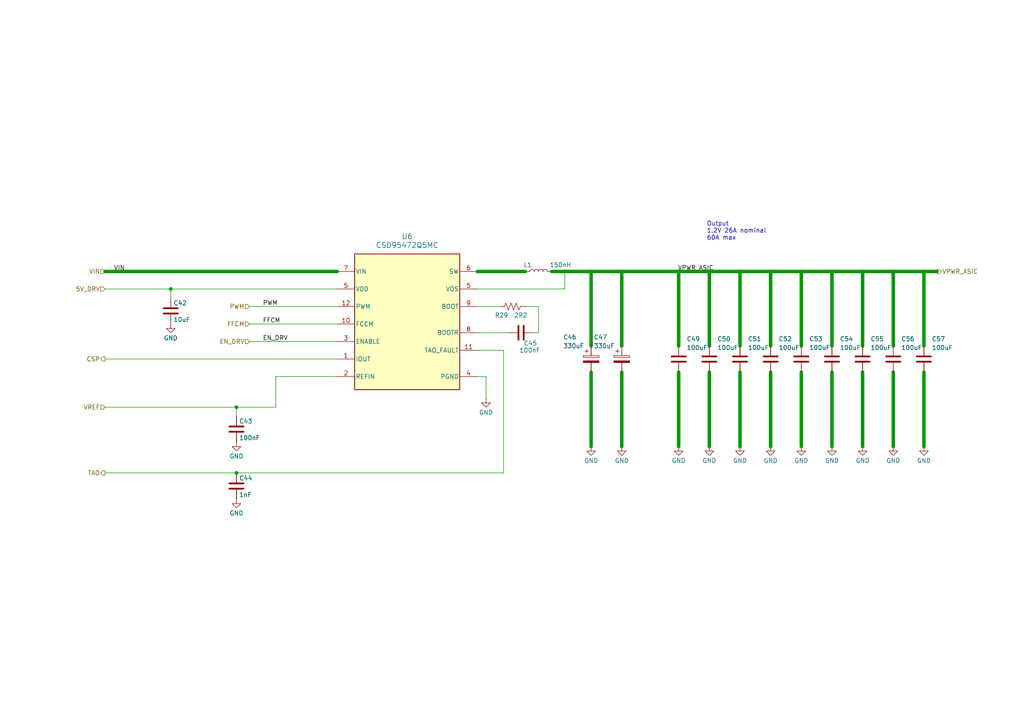
<source format=kicad_sch>
(kicad_sch (version 20231120) (generator "eeschema") (generator_version "8.0")
  (paper "A4")
  (lib_symbols
    (symbol "Device:C" (pin_numbers hide) (pin_names (offset 0.254))
      (property "Reference" "C" (at 0.635 2.54 0))
      (property "Value" "C" (at 0.635 -2.54 0))
      (symbol "C_0_1"
        (polyline (pts (xy -2.032 -0.762) (xy 2.032 -0.762)) (stroke (width 0.508)))
        (polyline (pts (xy -2.032 0.762) (xy 2.032 0.762)) (stroke (width 0.508)))
      )
      (symbol "C_1_1"
        (pin passive line (at 0 3.81 270) (length 2.794) (name "~") (number "1"))
        (pin passive line (at 0 -3.81 90) (length 2.794) (name "~") (number "2"))
      )
    )
    (symbol "Device:C_Polarized" (pin_numbers hide) (pin_names (offset 0.254))
      (property "Reference" "C" (at 0.635 2.54 0))
      (property "Value" "C_Polarized" (at 0.635 -2.54 0))
      (symbol "C_Polarized_0_1"
        (rectangle (start -2.286 0.508) (end 2.286 1.016))
        (polyline (pts (xy -1.778 2.286) (xy -0.762 2.286)))
        (polyline (pts (xy -1.27 2.794) (xy -1.27 1.778)))
        (rectangle (start 2.286 -0.508) (end -2.286 -1.016) (fill (type outline)))
      )
      (symbol "C_Polarized_1_1"
        (pin passive line (at 0 3.81 270) (length 2.794) (name "~") (number "1"))
        (pin passive line (at 0 -3.81 90) (length 2.794) (name "~") (number "2"))
      )
    )
    (symbol "Device:L" (pin_numbers hide) (pin_names (offset 1.016) hide)
      (property "Reference" "L" (at -1.27 0 90))
      (property "Value" "L" (at 1.905 0 90))
      (symbol "L_0_1"
        (arc (start 0 -2.54) (mid 0.6323 -1.905) (end 0 -1.27))
        (arc (start 0 -1.27) (mid 0.6323 -0.635) (end 0 0))
        (arc (start 0 0) (mid 0.6323 0.635) (end 0 1.27))
        (arc (start 0 1.27) (mid 0.6323 1.905) (end 0 2.54))
      )
      (symbol "L_1_1"
        (pin passive line (at 0 3.81 270) (length 1.27) (name "1") (number "1"))
        (pin passive line (at 0 -3.81 90) (length 1.27) (name "2") (number "2"))
      )
    )
    (symbol "Device:R_US" (pin_numbers hide) (pin_names (offset 0))
      (property "Reference" "R" (at 2.54 0 90))
      (property "Value" "R_US" (at -2.54 0 90))
      (symbol "R_US_0_1"
        (polyline (pts (xy 0 -2.286) (xy 0 -2.54)))
        (polyline (pts (xy 0 2.286) (xy 0 2.54)))
        (polyline (pts (xy 0 -0.762) (xy 1.016 -1.143) (xy 0 -1.524) (xy -1.016 -1.905) (xy 0 -2.286)))
        (polyline (pts (xy 0 0.762) (xy 1.016 0.381) (xy 0 0) (xy -1.016 -0.381) (xy 0 -0.762)))
        (polyline (pts (xy 0 2.286) (xy 1.016 1.905) (xy 0 1.524) (xy -1.016 1.143) (xy 0 0.762)))
      )
      (symbol "R_US_1_1"
        (pin passive line (at 0 3.81 270) (length 1.27) (name "~") (number "1"))
        (pin passive line (at 0 -3.81 90) (length 1.27) (name "~") (number "2"))
      )
    )
    (symbol "EKO_Miner_ASIClib:CSD95472Q5MC" (pin_names (offset 0.254))
      (property "Reference" "U" (at -13.208 24.892 0))
      (property "Value" "CSD95472Q5MC" (at -6.096 21.844 0))
      (symbol "CSD95472Q5MC_0_1"
        (rectangle (start -15.24 20.32) (end 15.24 -19.05) (stroke (width 0.254)) (fill (type background)))
        (pin input line (at 20.32 10.16 180) (length 5.08) (name "VOS") (number "5"))
        (pin power_in line (at 20.32 15.24 180) (length 5.08) (name "SW") (number "6"))
        (pin power_in line (at -20.32 15.24 0) (length 5.08) (name "VIN") (number "7"))
        (pin unspecified line (at 20.32 -2.54 180) (length 5.08) (name "BOOTR") (number "8"))
        (pin unspecified line (at 20.32 5.08 180) (length 5.08) (name "BOOT") (number "9"))
      )
      (symbol "CSD95472Q5MC_1_1"
        (pin output line (at -20.32 -10.16 0) (length 5.08) (name "IOUT") (number "1"))
        (pin input line (at -20.32 0 0) (length 5.08) (name "FCCM") (number "10"))
        (pin output line (at 20.32 -7.62 180) (length 5.08) (name "TAO_FAULT") (number "11"))
        (pin input line (at -20.32 5.08 0) (length 5.08) (name "PWM") (number "12"))
        (pin input line (at -20.32 -15.24 0) (length 5.08) (name "REFIN") (number "2"))
        (pin input line (at -20.32 -5.08 0) (length 5.08) (name "ENABLE") (number "3"))
        (pin power_in line (at 20.32 -15.24 180) (length 5.08) (name "PGND") (number "4"))
        (pin power_in line (at -20.32 10.16 0) (length 5.08) (name "VDD") (number "5"))
      )
    )
    (symbol "power:GND" (power) (pin_numbers hide) (pin_names (offset 0) hide)
      (property "Value" "GND" (at 0 -3.81 0))
      (symbol "GND_0_1"
        (polyline (pts (xy 0 0) (xy 0 -1.27) (xy 1.27 -1.27) (xy 0 -2.54) (xy -1.27 -1.27) (xy 0 -1.27)))
      )
      (symbol "GND_1_1"
        (pin power_in line (at 0 0 270) (length 0) (name "~") (number "1"))
      )
    )
  )
  (junction (at 241.3 78.74))
  (junction (at 232.41 78.74))
  (junction (at 267.97 78.74))
  (junction (at 196.85 78.74))
  (junction (at 250.19 78.74))
  (junction (at 68.58 118.11))
  (junction (at 68.58 137.16))
  (junction (at 163.83 78.74))
  (junction (at 49.53 83.82))
  (junction (at 180.34 78.74))
  (junction (at 205.74 78.74))
  (junction (at 171.45 78.74))
  (junction (at 223.52 78.74))
  (junction (at 259.08 78.74))
  (junction (at 214.63 78.74))
  (wire (pts (xy 30.48 118.11) (xy 68.58 118.11)))
  (wire (pts (xy 267.97 107.95) (xy 267.97 129.54)) (stroke (width 1)))
  (wire (pts (xy 160.02 78.74) (xy 163.83 78.74)) (stroke (width 1)))
  (wire (pts (xy 68.58 118.11) (xy 68.58 120.65)))
  (wire (pts (xy 250.19 78.74) (xy 250.19 100.33)) (stroke (width 1)))
  (wire (pts (xy 171.45 78.74) (xy 180.34 78.74)) (stroke (width 1)))
  (wire (pts (xy 72.39 99.06) (xy 97.79 99.06)))
  (wire (pts (xy 214.63 78.74) (xy 214.63 100.33)) (stroke (width 1)))
  (wire (pts (xy 196.85 107.95) (xy 196.85 129.54)) (stroke (width 1)))
  (wire (pts (xy 49.53 83.82) (xy 49.53 86.36)))
  (wire (pts (xy 30.48 137.16) (xy 68.58 137.16)))
  (wire (pts (xy 214.63 78.74) (xy 223.52 78.74)) (stroke (width 1)))
  (wire (pts (xy 156.21 88.9) (xy 156.21 96.52)))
  (wire (pts (xy 171.45 107.95) (xy 171.45 129.54)) (stroke (width 1)))
  (wire (pts (xy 223.52 78.74) (xy 223.52 100.33)) (stroke (width 1)))
  (wire (pts (xy 267.97 78.74) (xy 267.97 100.33)) (stroke (width 1)))
  (wire (pts (xy 138.43 109.22) (xy 140.97 109.22)))
  (wire (pts (xy 30.48 83.82) (xy 49.53 83.82)))
  (wire (pts (xy 154.94 96.52) (xy 156.21 96.52)))
  (wire (pts (xy 140.97 109.22) (xy 140.97 115.57)))
  (wire (pts (xy 241.3 78.74) (xy 241.3 100.33)) (stroke (width 1)))
  (wire (pts (xy 232.41 78.74) (xy 232.41 100.33)) (stroke (width 1)))
  (wire (pts (xy 146.05 101.6) (xy 146.05 137.16)))
  (wire (pts (xy 68.58 137.16) (xy 146.05 137.16)))
  (wire (pts (xy 196.85 78.74) (xy 205.74 78.74)) (stroke (width 1)))
  (wire (pts (xy 72.39 93.98) (xy 97.79 93.98)))
  (wire (pts (xy 68.58 118.11) (xy 80.01 118.11)))
  (wire (pts (xy 223.52 78.74) (xy 232.41 78.74)) (stroke (width 1)))
  (wire (pts (xy 163.83 83.82) (xy 163.83 78.74)))
  (wire (pts (xy 97.79 109.22) (xy 80.01 109.22)))
  (wire (pts (xy 163.83 78.74) (xy 171.45 78.74)) (stroke (width 1)))
  (wire (pts (xy 250.19 107.95) (xy 250.19 129.54)) (stroke (width 1)))
  (wire (pts (xy 138.43 96.52) (xy 147.32 96.52)))
  (wire (pts (xy 205.74 78.74) (xy 205.74 100.33)) (stroke (width 1)))
  (wire (pts (xy 241.3 78.74) (xy 250.19 78.74)) (stroke (width 1)))
  (wire (pts (xy 72.39 88.9) (xy 97.79 88.9)))
  (wire (pts (xy 250.19 78.74) (xy 259.08 78.74)) (stroke (width 1)))
  (wire (pts (xy 232.41 78.74) (xy 241.3 78.74)) (stroke (width 1)))
  (wire (pts (xy 30.48 78.74) (xy 97.79 78.74)) (stroke (width 1)))
  (wire (pts (xy 80.01 109.22) (xy 80.01 118.11)))
  (wire (pts (xy 267.97 78.74) (xy 271.78 78.74)) (stroke (width 1)))
  (wire (pts (xy 138.43 101.6) (xy 146.05 101.6)))
  (wire (pts (xy 259.08 78.74) (xy 267.97 78.74)) (stroke (width 1)))
  (wire (pts (xy 205.74 78.74) (xy 214.63 78.74)) (stroke (width 1)))
  (wire (pts (xy 138.43 78.74) (xy 152.4 78.74)) (stroke (width 1)))
  (wire (pts (xy 180.34 78.74) (xy 196.85 78.74)) (stroke (width 1)))
  (wire (pts (xy 138.43 88.9) (xy 144.78 88.9)))
  (wire (pts (xy 259.08 107.95) (xy 259.08 129.54)) (stroke (width 1)))
  (wire (pts (xy 180.34 107.95) (xy 180.34 129.54)) (stroke (width 1)))
  (wire (pts (xy 196.85 78.74) (xy 196.85 100.33)) (stroke (width 1)))
  (wire (pts (xy 152.4 88.9) (xy 156.21 88.9)))
  (wire (pts (xy 138.43 83.82) (xy 163.83 83.82)))
  (wire (pts (xy 241.3 107.95) (xy 241.3 129.54)) (stroke (width 1)))
  (wire (pts (xy 205.74 107.95) (xy 205.74 129.54)) (stroke (width 1)))
  (wire (pts (xy 259.08 78.74) (xy 259.08 100.33)) (stroke (width 1)))
  (wire (pts (xy 214.63 107.95) (xy 214.63 129.54)) (stroke (width 1)))
  (wire (pts (xy 30.48 104.14) (xy 97.79 104.14)))
  (wire (pts (xy 223.52 107.95) (xy 223.52 129.54)) (stroke (width 1)))
  (wire (pts (xy 171.45 78.74) (xy 171.45 100.33)) (stroke (width 1)))
  (wire (pts (xy 49.53 83.82) (xy 97.79 83.82)))
  (wire (pts (xy 180.34 78.74) (xy 180.34 100.33)) (stroke (width 1)))
  (wire (pts (xy 232.41 107.95) (xy 232.41 129.54)) (stroke (width 1)))
  (text "Output \n1.2V 26A nominal\n60A max" (at 204.978 69.85 0) (effects (font (size 1.27 1.27)) (justify left bottom)))
  (label "PWM" (at 76.2 88.9 0))
  (label "VIN" (at 33.02 78.74 0))
  (label "FFCM" (at 76.2 93.98 0))
  (label "EN_DRV" (at 76.2 99.06 0))
  (label "VPWR_ASIC" (at 207.01 78.74 180))
  (hierarchical_label "CSP" (shape output) (at 30.48 104.14 180))
  (hierarchical_label "5V_DRV" (shape input) (at 30.48 83.82 180))
  (hierarchical_label "VPWR_ASIC" (shape output) (at 271.78 78.74 0))
  (hierarchical_label "TAO" (shape output) (at 30.48 137.16 180))
  (hierarchical_label "FFCM" (shape input) (at 72.39 93.98 180))
  (hierarchical_label "VREF" (shape input) (at 30.48 118.11 180))
  (hierarchical_label "VIN" (shape input) (at 30.48 78.74 180))
  (hierarchical_label "EN_DRV" (shape input) (at 72.39 99.06 180))
  (hierarchical_label "PWM" (shape input) (at 72.39 88.9 180))
  (symbol (lib_id "power:GND") (at 180.34 129.54 0) (unit 1)
    (property "Reference" "#PWR0138" (effects (hide yes)))
    (property "Value" "GND" (at 180.34 133.604 0))
    (property "Description" "Power symbol creates a global label with name \"GND\" , ground" (effects (hide yes)))
    (instances (project "EKO_Miner_BM1366-13xx_16-01B" (path "" (reference "#PWR0138") (unit 1)) (path "" (reference "#PWR0186") (unit 1)) (path "" (reference "#PWR0170") (unit 1)) (path "" (reference "#PWR0154") (unit 1))))
  )
  (symbol (lib_id "power:GND") (at 223.52 129.54 0) (unit 1)
    (property "Reference" "#PWR0143" (effects (hide yes)))
    (property "Value" "GND" (at 223.52 133.604 0))
    (property "Description" "Power symbol creates a global label with name \"GND\" , ground" (effects (hide yes)))
    (instances (project "EKO_Miner_BM1366-13xx_16-01B" (path "" (reference "#PWR0143") (unit 1)) (path "" (reference "#PWR0191") (unit 1)) (path "" (reference "#PWR0175") (unit 1)) (path "" (reference "#PWR0159") (unit 1))))
  )
  (symbol (lib_id "Device:L") (at 156.21 78.74 90) (unit 1)
    (property "Reference" "L1" (at 153.035 76.835 90))
    (property "Value" "150nH" (at 162.56 76.835 90))
    (property "Footprint" "EKO_Miner_ASIClib:INDM1031X765N" (effects (hide yes)))
    (property "PARTNO" "PA2982.151HLT" (effects (hide yes)))
    (property "HEIGHT" "5.1mm" (effects (hide yes)))
    (instances (project "EKO_Miner_BM1366-13xx_16-01B" (path "" (reference "L1") (unit 1)) (path "" (reference "L4") (unit 1)) (path "" (reference "L3") (unit 1)) (path "" (reference "L2") (unit 1))))
  )
  (symbol (lib_id "EKO_Miner_ASIClib:CSD95472Q5MC") (at 118.11 93.98 0) (unit 1)
    (property "Reference" "U6" (at 118.11 68.58 0) (effects (font (size 1.524 1.524))))
    (property "Value" "CSD95472Q5MC" (at 118.11 71.12 0) (effects (font (size 1.524 1.524))))
    (property "Footprint" "EKO_Miner_ASIClib:CSD95472Q5MC" (effects (hide yes)))
    (property "Datasheet" "CSD95491Q5MC" (effects (hide yes)))
    (instances (project "EKO_Miner_BM1366-13xx_16-01B" (path "" (reference "U6") (unit 1)) (path "" (reference "U9") (unit 1)) (path "" (reference "U8") (unit 1)) (path "" (reference "U7") (unit 1))))
  )
  (symbol (lib_id "power:GND") (at 196.85 129.54 0) (unit 1)
    (property "Reference" "#PWR0140" (effects (hide yes)))
    (property "Value" "GND" (at 196.85 133.604 0))
    (property "Description" "Power symbol creates a global label with name \"GND\" , ground" (effects (hide yes)))
    (instances (project "EKO_Miner_BM1366-13xx_16-01B" (path "" (reference "#PWR0140") (unit 1)) (path "" (reference "#PWR0188") (unit 1)) (path "" (reference "#PWR0172") (unit 1)) (path "" (reference "#PWR0156") (unit 1))))
  )
  (symbol (lib_id "power:GND") (at 250.19 129.54 0) (unit 1)
    (property "Reference" "#PWR0146" (effects (hide yes)))
    (property "Value" "GND" (at 250.19 133.604 0))
    (property "Description" "Power symbol creates a global label with name \"GND\" , ground" (effects (hide yes)))
    (instances (project "EKO_Miner_BM1366-13xx_16-01B" (path "" (reference "#PWR0146") (unit 1)) (path "" (reference "#PWR0194") (unit 1)) (path "" (reference "#PWR0178") (unit 1)) (path "" (reference "#PWR0162") (unit 1))))
  )
  (symbol (lib_id "Device:C_Polarized") (at 180.34 104.14 0) (unit 1)
    (property "Reference" "C47" (at 172.212 97.79 0) (effects (justify left)))
    (property "Value" "330uF" (at 172.212 100.33 0) (effects (justify left)))
    (property "Footprint" "Capacitor_Tantalum_SMD:CP_EIA-7343-31_Kemet-D_Pad2.25x2.55mm_HandSolder" (effects (hide yes)))
    (property "DK" "718-1028-1-ND" (effects (hide yes)))
    (property "PARTNO" "293D337X9010E2TE3" (effects (hide yes)))
    (instances (project "EKO_Miner_BM1366-13xx_16-01B" (path "" (reference "C47") (unit 1)) (path "" (reference "C95") (unit 1)) (path "" (reference "C79") (unit 1)) (path "" (reference "C63") (unit 1))))
  )
  (symbol (lib_id "power:GND") (at 241.3 129.54 0) (unit 1)
    (property "Reference" "#PWR0145" (effects (hide yes)))
    (property "Value" "GND" (at 241.3 133.604 0))
    (property "Description" "Power symbol creates a global label with name \"GND\" , ground" (effects (hide yes)))
    (instances (project "EKO_Miner_BM1366-13xx_16-01B" (path "" (reference "#PWR0145") (unit 1)) (path "" (reference "#PWR0193") (unit 1)) (path "" (reference "#PWR0177") (unit 1)) (path "" (reference "#PWR0161") (unit 1))))
  )
  (symbol (lib_id "power:GND") (at 68.58 144.78 0) (unit 1)
    (property "Reference" "#PWR0135" (effects (hide yes)))
    (property "Value" "GND" (at 68.58 148.844 0))
    (property "Description" "Power symbol creates a global label with name \"GND\" , ground" (effects (hide yes)))
    (instances (project "EKO_Miner_BM1366-13xx_16-01B" (path "" (reference "#PWR0135") (unit 1)) (path "" (reference "#PWR0183") (unit 1)) (path "" (reference "#PWR0167") (unit 1)) (path "" (reference "#PWR0151") (unit 1))))
  )
  (symbol (lib_id "power:GND") (at 171.45 129.54 0) (unit 1)
    (property "Reference" "#PWR0137" (effects (hide yes)))
    (property "Value" "GND" (at 171.45 133.604 0))
    (property "Description" "Power symbol creates a global label with name \"GND\" , ground" (effects (hide yes)))
    (instances (project "EKO_Miner_BM1366-13xx_16-01B" (path "" (reference "#PWR0137") (unit 1)) (path "" (reference "#PWR0185") (unit 1)) (path "" (reference "#PWR0169") (unit 1)) (path "" (reference "#PWR0153") (unit 1))))
  )
  (symbol (lib_id "power:GND") (at 49.53 93.98 0) (unit 1)
    (property "Reference" "#PWR0133" (effects (hide yes)))
    (property "Value" "GND" (at 49.53 98.044 0))
    (property "Description" "Power symbol creates a global label with name \"GND\" , ground" (effects (hide yes)))
    (instances (project "EKO_Miner_BM1366-13xx_16-01B" (path "" (reference "#PWR0133") (unit 1)) (path "" (reference "#PWR0181") (unit 1)) (path "" (reference "#PWR0165") (unit 1)) (path "" (reference "#PWR0149") (unit 1))))
  )
  (symbol (lib_id "Device:C") (at 68.58 140.97 0) (unit 1)
    (property "Reference" "C44" (at 69.342 138.684 0) (effects (justify left)))
    (property "Value" "1nF" (at 69.342 143.51 0) (effects (justify left)))
    (property "Footprint" "Capacitor_SMD:C_0805_2012Metric_Pad1.18x1.45mm_HandSolder" (effects (hide yes)))
    (instances (project "EKO_Miner_BM1366-13xx_16-01B" (path "" (reference "C44") (unit 1)) (path "" (reference "C92") (unit 1)) (path "" (reference "C76") (unit 1)) (path "" (reference "C60") (unit 1))))
  )
  (symbol (lib_id "Device:C") (at 151.13 96.52 270) (unit 1)
    (property "Reference" "C45" (at 151.892 99.568 90) (effects (justify left)))
    (property "Value" "100nF" (at 150.622 101.6 90) (effects (justify left)))
    (property "Footprint" "Capacitor_SMD:C_0805_2012Metric_Pad1.18x1.45mm_HandSolder" (effects (hide yes)))
    (instances (project "EKO_Miner_BM1366-13xx_16-01B" (path "" (reference "C45") (unit 1)) (path "" (reference "C93") (unit 1)) (path "" (reference "C77") (unit 1)) (path "" (reference "C61") (unit 1))))
  )
  (symbol (lib_id "power:GND") (at 259.08 129.54 0) (unit 1)
    (property "Reference" "#PWR0147" (effects (hide yes)))
    (property "Value" "GND" (at 259.08 133.604 0))
    (property "Description" "Power symbol creates a global label with name \"GND\" , ground" (effects (hide yes)))
    (instances (project "EKO_Miner_BM1366-13xx_16-01B" (path "" (reference "#PWR0147") (unit 1)) (path "" (reference "#PWR0195") (unit 1)) (path "" (reference "#PWR0179") (unit 1)) (path "" (reference "#PWR0163") (unit 1))))
  )
  (symbol (lib_id "Device:C_Polarized") (at 171.45 104.14 0) (unit 1)
    (property "Reference" "C46" (at 163.322 97.79 0) (effects (justify left)))
    (property "Value" "330uF" (at 163.322 100.33 0) (effects (justify left)))
    (property "Footprint" "Capacitor_Tantalum_SMD:CP_EIA-7343-31_Kemet-D_Pad2.25x2.55mm_HandSolder" (effects (hide yes)))
    (property "DK" "718-1028-1-ND" (effects (hide yes)))
    (property "PARTNO" "293D337X9010E2TE3" (effects (hide yes)))
    (instances (project "EKO_Miner_BM1366-13xx_16-01B" (path "" (reference "C46") (unit 1)) (path "" (reference "C94") (unit 1)) (path "" (reference "C78") (unit 1)) (path "" (reference "C62") (unit 1))))
  )
  (symbol (lib_id "Device:C") (at 49.53 90.17 0) (unit 1)
    (property "Reference" "C42" (at 50.292 87.884 0) (effects (justify left)))
    (property "Value" "10uF" (at 50.292 92.71 0) (effects (justify left)))
    (property "Footprint" "Capacitor_SMD:C_0805_2012Metric_Pad1.18x1.45mm_HandSolder" (effects (hide yes)))
    (instances (project "EKO_Miner_BM1366-13xx_16-01B" (path "" (reference "C42") (unit 1)) (path "" (reference "C90") (unit 1)) (path "" (reference "C74") (unit 1)) (path "" (reference "C58") (unit 1))))
  )
  (symbol (lib_id "Device:C") (at 68.58 124.46 0) (unit 1)
    (property "Reference" "C43" (at 69.342 122.174 0) (effects (justify left)))
    (property "Value" "100nF" (at 69.342 127 0) (effects (justify left)))
    (property "Footprint" "Capacitor_SMD:C_0805_2012Metric_Pad1.18x1.45mm_HandSolder" (effects (hide yes)))
    (instances (project "EKO_Miner_BM1366-13xx_16-01B" (path "" (reference "C43") (unit 1)) (path "" (reference "C91") (unit 1)) (path "" (reference "C75") (unit 1)) (path "" (reference "C59") (unit 1))))
  )
  (symbol (lib_id "power:GND") (at 68.58 128.27 0) (unit 1)
    (property "Reference" "#PWR0134" (effects (hide yes)))
    (property "Value" "GND" (at 68.58 132.334 0))
    (property "Description" "Power symbol creates a global label with name \"GND\" , ground" (effects (hide yes)))
    (instances (project "EKO_Miner_BM1366-13xx_16-01B" (path "" (reference "#PWR0134") (unit 1)) (path "" (reference "#PWR0182") (unit 1)) (path "" (reference "#PWR0166") (unit 1)) (path "" (reference "#PWR0150") (unit 1))))
  )
  (symbol (lib_id "Device:C") (at 214.63 104.14 0) (unit 1)
    (property "Reference" "C51" (at 216.916 98.298 0) (effects (justify left)))
    (property "Value" "100uF" (at 216.916 100.838 0) (effects (justify left)))
    (property "Footprint" "Capacitor_SMD:C_1210_3225Metric" (effects (hide yes)))
    (instances (project "EKO_Miner_BM1366-13xx_16-01B" (path "" (reference "C51") (unit 1)) (path "" (reference "C99") (unit 1)) (path "" (reference "C83") (unit 1)) (path "" (reference "C67") (unit 1))))
  )
  (symbol (lib_id "Device:C") (at 223.52 104.14 0) (unit 1)
    (property "Reference" "C52" (at 225.806 98.298 0) (effects (justify left)))
    (property "Value" "100uF" (at 225.806 100.838 0) (effects (justify left)))
    (property "Footprint" "Capacitor_SMD:C_1210_3225Metric" (effects (hide yes)))
    (instances (project "EKO_Miner_BM1366-13xx_16-01B" (path "" (reference "C52") (unit 1)) (path "" (reference "C100") (unit 1)) (path "" (reference "C84") (unit 1)) (path "" (reference "C68") (unit 1))))
  )
  (symbol (lib_id "power:GND") (at 140.97 115.57 0) (unit 1)
    (property "Reference" "#PWR0136" (effects (hide yes)))
    (property "Value" "GND" (at 140.97 119.634 0))
    (property "Description" "Power symbol creates a global label with name \"GND\" , ground" (effects (hide yes)))
    (instances (project "EKO_Miner_BM1366-13xx_16-01B" (path "" (reference "#PWR0136") (unit 1)) (path "" (reference "#PWR0184") (unit 1)) (path "" (reference "#PWR0168") (unit 1)) (path "" (reference "#PWR0152") (unit 1))))
  )
  (symbol (lib_id "Device:R_US") (at 148.59 88.9 270) (unit 1)
    (property "Reference" "R29" (at 143.51 91.44 90) (effects (justify left)))
    (property "Value" "2R2" (at 149.098 91.44 90) (effects (justify left)))
    (property "Footprint" "Resistor_SMD:R_0805_2012Metric_Pad1.20x1.40mm_HandSolder" (effects (hide yes)))
    (instances (project "EKO_Miner_BM1366-13xx_16-01B" (path "" (reference "R29") (unit 1)) (path "" (reference "R38") (unit 1)) (path "" (reference "R35") (unit 1)) (path "" (reference "R32") (unit 1))))
  )
  (symbol (lib_id "power:GND") (at 232.41 129.54 0) (unit 1)
    (property "Reference" "#PWR0144" (effects (hide yes)))
    (property "Value" "GND" (at 232.41 133.604 0))
    (property "Description" "Power symbol creates a global label with name \"GND\" , ground" (effects (hide yes)))
    (instances (project "EKO_Miner_BM1366-13xx_16-01B" (path "" (reference "#PWR0144") (unit 1)) (path "" (reference "#PWR0192") (unit 1)) (path "" (reference "#PWR0176") (unit 1)) (path "" (reference "#PWR0160") (unit 1))))
  )
  (symbol (lib_id "Device:C") (at 241.3 104.14 0) (unit 1)
    (property "Reference" "C54" (at 243.586 98.298 0) (effects (justify left)))
    (property "Value" "100uF" (at 243.586 100.838 0) (effects (justify left)))
    (property "Footprint" "Capacitor_SMD:C_1210_3225Metric" (effects (hide yes)))
    (instances (project "EKO_Miner_BM1366-13xx_16-01B" (path "" (reference "C54") (unit 1)) (path "" (reference "C102") (unit 1)) (path "" (reference "C86") (unit 1)) (path "" (reference "C70") (unit 1))))
  )
  (symbol (lib_id "Device:C") (at 232.41 104.14 0) (unit 1)
    (property "Reference" "C53" (at 234.696 98.298 0) (effects (justify left)))
    (property "Value" "100uF" (at 234.696 100.838 0) (effects (justify left)))
    (property "Footprint" "Capacitor_SMD:C_1210_3225Metric" (effects (hide yes)))
    (instances (project "EKO_Miner_BM1366-13xx_16-01B" (path "" (reference "C53") (unit 1)) (path "" (reference "C101") (unit 1)) (path "" (reference "C85") (unit 1)) (path "" (reference "C69") (unit 1))))
  )
  (symbol (lib_id "Device:C") (at 196.85 104.14 0) (unit 1)
    (property "Reference" "C49" (at 199.136 98.298 0) (effects (justify left)))
    (property "Value" "100uF" (at 199.136 100.838 0) (effects (justify left)))
    (property "Footprint" "Capacitor_SMD:C_1210_3225Metric" (effects (hide yes)))
    (instances (project "EKO_Miner_BM1366-13xx_16-01B" (path "" (reference "C49") (unit 1)) (path "" (reference "C97") (unit 1)) (path "" (reference "C81") (unit 1)) (path "" (reference "C65") (unit 1))))
  )
  (symbol (lib_id "power:GND") (at 214.63 129.54 0) (unit 1)
    (property "Reference" "#PWR0142" (effects (hide yes)))
    (property "Value" "GND" (at 214.63 133.604 0))
    (property "Description" "Power symbol creates a global label with name \"GND\" , ground" (effects (hide yes)))
    (instances (project "EKO_Miner_BM1366-13xx_16-01B" (path "" (reference "#PWR0142") (unit 1)) (path "" (reference "#PWR0190") (unit 1)) (path "" (reference "#PWR0174") (unit 1)) (path "" (reference "#PWR0158") (unit 1))))
  )
  (symbol (lib_id "power:GND") (at 267.97 129.54 0) (unit 1)
    (property "Reference" "#PWR0148" (effects (hide yes)))
    (property "Value" "GND" (at 267.97 133.604 0))
    (property "Description" "Power symbol creates a global label with name \"GND\" , ground" (effects (hide yes)))
    (instances (project "EKO_Miner_BM1366-13xx_16-01B" (path "" (reference "#PWR0148") (unit 1)) (path "" (reference "#PWR0196") (unit 1)) (path "" (reference "#PWR0180") (unit 1)) (path "" (reference "#PWR0164") (unit 1))))
  )
  (symbol (lib_id "Device:C") (at 205.74 104.14 0) (unit 1)
    (property "Reference" "C50" (at 208.026 98.298 0) (effects (justify left)))
    (property "Value" "100uF" (at 208.026 100.838 0) (effects (justify left)))
    (property "Footprint" "Capacitor_SMD:C_1210_3225Metric" (effects (hide yes)))
    (instances (project "EKO_Miner_BM1366-13xx_16-01B" (path "" (reference "C50") (unit 1)) (path "" (reference "C98") (unit 1)) (path "" (reference "C82") (unit 1)) (path "" (reference "C66") (unit 1))))
  )
  (symbol (lib_id "Device:C") (at 259.08 104.14 0) (unit 1)
    (property "Reference" "C56" (at 261.366 98.298 0) (effects (justify left)))
    (property "Value" "100uF" (at 261.366 100.838 0) (effects (justify left)))
    (property "Footprint" "Capacitor_SMD:C_1210_3225Metric" (effects (hide yes)))
    (instances (project "EKO_Miner_BM1366-13xx_16-01B" (path "" (reference "C56") (unit 1)) (path "" (reference "C104") (unit 1)) (path "" (reference "C88") (unit 1)) (path "" (reference "C72") (unit 1))))
  )
  (symbol (lib_id "Device:C") (at 250.19 104.14 0) (unit 1)
    (property "Reference" "C55" (at 252.476 98.298 0) (effects (justify left)))
    (property "Value" "100uF" (at 252.476 100.838 0) (effects (justify left)))
    (property "Footprint" "Capacitor_SMD:C_1210_3225Metric" (effects (hide yes)))
    (instances (project "EKO_Miner_BM1366-13xx_16-01B" (path "" (reference "C55") (unit 1)) (path "" (reference "C103") (unit 1)) (path "" (reference "C87") (unit 1)) (path "" (reference "C71") (unit 1))))
  )
  (symbol (lib_id "Device:C") (at 267.97 104.14 0) (unit 1)
    (property "Reference" "C57" (at 270.256 98.298 0) (effects (justify left)))
    (property "Value" "100uF" (at 270.256 100.838 0) (effects (justify left)))
    (property "Footprint" "Capacitor_SMD:C_1210_3225Metric" (effects (hide yes)))
    (instances (project "EKO_Miner_BM1366-13xx_16-01B" (path "" (reference "C57") (unit 1)) (path "" (reference "C105") (unit 1)) (path "" (reference "C89") (unit 1)) (path "" (reference "C73") (unit 1))))
  )
  (symbol (lib_id "power:GND") (at 205.74 129.54 0) (unit 1)
    (property "Reference" "#PWR0141" (effects (hide yes)))
    (property "Value" "GND" (at 205.74 133.604 0))
    (property "Description" "Power symbol creates a global label with name \"GND\" , ground" (effects (hide yes)))
    (instances (project "EKO_Miner_BM1366-13xx_16-01B" (path "" (reference "#PWR0141") (unit 1)) (path "" (reference "#PWR0189") (unit 1)) (path "" (reference "#PWR0173") (unit 1)) (path "" (reference "#PWR0157") (unit 1))))
  )
)
</source>
